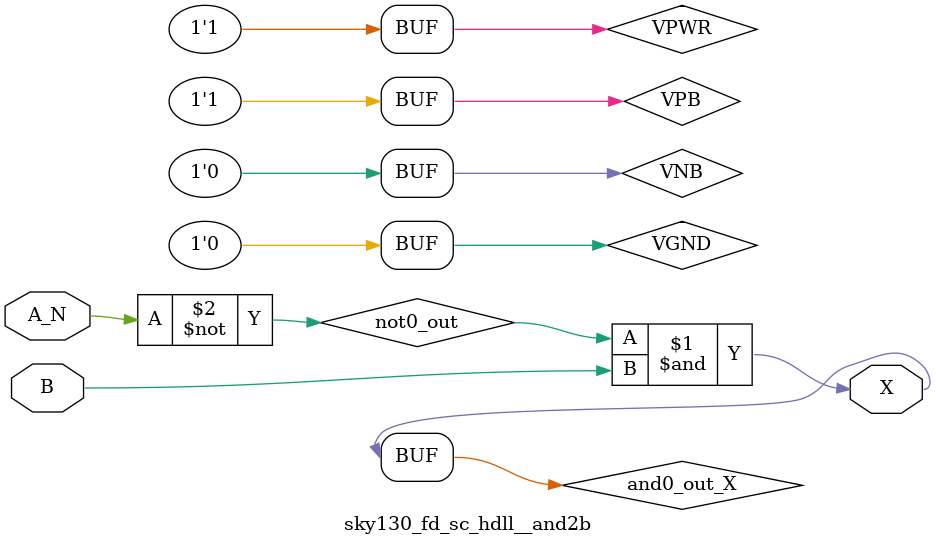
<source format=v>
/*
 * Copyright 2020 The SkyWater PDK Authors
 *
 * Licensed under the Apache License, Version 2.0 (the "License");
 * you may not use this file except in compliance with the License.
 * You may obtain a copy of the License at
 *
 *     https://www.apache.org/licenses/LICENSE-2.0
 *
 * Unless required by applicable law or agreed to in writing, software
 * distributed under the License is distributed on an "AS IS" BASIS,
 * WITHOUT WARRANTIES OR CONDITIONS OF ANY KIND, either express or implied.
 * See the License for the specific language governing permissions and
 * limitations under the License.
 *
 * SPDX-License-Identifier: Apache-2.0
*/


`ifndef SKY130_FD_SC_HDLL__AND2B_BEHAVIORAL_V
`define SKY130_FD_SC_HDLL__AND2B_BEHAVIORAL_V

/**
 * and2b: 2-input AND, first input inverted.
 *
 * Verilog simulation functional model.
 */

`timescale 1ns / 1ps
`default_nettype none

`celldefine
module sky130_fd_sc_hdll__and2b (
    X  ,
    A_N,
    B
);

    // Module ports
    output X  ;
    input  A_N;
    input  B  ;

    // Module supplies
    supply1 VPWR;
    supply0 VGND;
    supply1 VPB ;
    supply0 VNB ;

    // Local signals
    wire not0_out  ;
    wire and0_out_X;

    //  Name  Output      Other arguments
    not not0 (not0_out  , A_N            );
    and and0 (and0_out_X, not0_out, B    );
    buf buf0 (X         , and0_out_X     );

endmodule
`endcelldefine

`default_nettype wire
`endif  // SKY130_FD_SC_HDLL__AND2B_BEHAVIORAL_V
</source>
